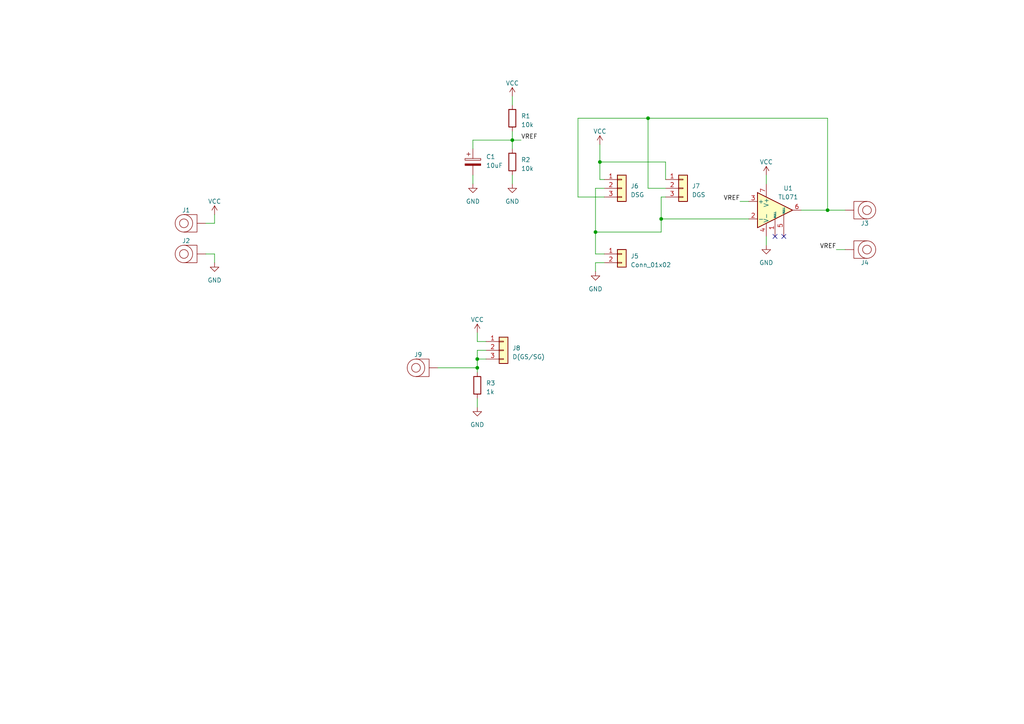
<source format=kicad_sch>
(kicad_sch (version 20230121) (generator eeschema)
  (paper "A4")
  (title_block (comment 2 "creativecommons.org/licenses/by/4.0/") (comment 3 "License: CC BY 4.0") (comment 4 "Author: Guy John"))
  (lib_symbols
    (symbol "Amplifier_Operational:TL071" (pin_names (offset 0.127))
      (property "Reference" "U" (at 0 6.35 0))
      (property "Value" "TL071" (at 0 3.81 0))
      (symbol "TL071_0_1"
        (polyline (pts (xy -5.08 5.08) (xy 5.08 0) (xy -5.08 -5.08) (xy -5.08 5.08)) (stroke (width 0.254)) (fill (type background)))
      )
      (symbol "TL071_1_1"
        (pin input line (at 0 -7.62 90) (length 5.08) (name "NULL") (number "1"))
        (pin input line (at -7.62 -2.54 0) (length 2.54) (name "-") (number "2"))
        (pin input line (at -7.62 2.54 0) (length 2.54) (name "+") (number "3"))
        (pin power_in line (at -2.54 -7.62 90) (length 3.81) (name "V-") (number "4"))
        (pin input line (at 2.54 -7.62 90) (length 6.35) (name "NULL") (number "5"))
        (pin output line (at 7.62 0 180) (length 2.54) (name "~") (number "6"))
        (pin power_in line (at -2.54 7.62 270) (length 3.81) (name "V+") (number "7"))
        (pin no_connect line (at 0 2.54 270) (length 2.54) hide (name "NC") (number "8"))
      )
    )
    (symbol "Banana_Jacks:Banana_Socket_PCBMount" (pin_numbers hide) (pin_names (offset 1.016) hide)
      (property "Reference" "J" (at 0 3.81 0))
      (symbol "Banana_Socket_PCBMount_0_1"
        (polyline (pts (xy 0 2.54) (xy 3.81 2.54) (xy 3.81 -2.54) (xy 0 -2.54)))
        (circle (center 0 0) (radius 1.27))
        (circle (center 0 0) (radius 2.54))
      )
      (symbol "Banana_Socket_PCBMount_1_1"
        (pin bidirectional line (at 6.35 0 180) (length 2.54) (name "~") (number "1"))
      )
    )
    (symbol "Connector_Generic:Conn_01x02" (pin_names (offset 1.016) hide)
      (property "Reference" "J" (at 0 2.54 0))
      (property "Value" "Conn_01x02" (at 0 -5.08 0))
      (symbol "Conn_01x02_1_1"
        (rectangle (start -1.27 -2.413) (end 0 -2.667) (stroke (width 0.1524)))
        (rectangle (start -1.27 0.127) (end 0 -0.127) (stroke (width 0.1524)))
        (rectangle (start -1.27 1.27) (end 1.27 -3.81) (stroke (width 0.254)) (fill (type background)))
        (pin passive line (at -5.08 0 0) (length 3.81) (name "Pin_1") (number "1"))
        (pin passive line (at -5.08 -2.54 0) (length 3.81) (name "Pin_2") (number "2"))
      )
    )
    (symbol "Connector_Generic:Conn_01x03" (pin_names (offset 1.016) hide)
      (property "Reference" "J" (at 0 5.08 0))
      (property "Value" "Conn_01x03" (at 0 -5.08 0))
      (symbol "Conn_01x03_1_1"
        (rectangle (start -1.27 -2.413) (end 0 -2.667) (stroke (width 0.1524)))
        (rectangle (start -1.27 0.127) (end 0 -0.127) (stroke (width 0.1524)))
        (rectangle (start -1.27 2.667) (end 0 2.413) (stroke (width 0.1524)))
        (rectangle (start -1.27 3.81) (end 1.27 -3.81) (stroke (width 0.254)) (fill (type background)))
        (pin passive line (at -5.08 2.54 0) (length 3.81) (name "Pin_1") (number "1"))
        (pin passive line (at -5.08 0 0) (length 3.81) (name "Pin_2") (number "2"))
        (pin passive line (at -5.08 -2.54 0) (length 3.81) (name "Pin_3") (number "3"))
      )
    )
    (symbol "Rumblesan Standard Parts:C_Polarized" (pin_numbers hide) (pin_names (offset 0.254) hide)
      (property "Reference" "C?" (at -6.35 0 90))
      (property "Value" "C_Polarized" (at -3.81 0 90))
      (symbol "C_Polarized_0_1"
        (rectangle (start -2.286 0.508) (end 2.286 1.016))
        (polyline (pts (xy -1.778 2.286) (xy -0.762 2.286)))
        (polyline (pts (xy -1.27 2.794) (xy -1.27 1.778)))
        (rectangle (start 2.286 -0.508) (end -2.286 -1.016) (fill (type outline)))
      )
      (symbol "C_Polarized_1_1"
        (pin passive line (at 0 3.81 270) (length 2.794) (name "~") (number "1"))
        (pin passive line (at 0 -3.81 90) (length 2.794) (name "~") (number "2"))
      )
    )
    (symbol "Rumblesan Standard Parts:R" (pin_numbers hide) (pin_names (offset 0))
      (property "Reference" "R?" (at -5.08 0 90))
      (property "Value" "R" (at -2.54 0 90))
      (symbol "R_0_1"
        (rectangle (start 1.016 2.54) (end -1.016 -2.54) (stroke (width 0.254)))
      )
      (symbol "R_1_1"
        (pin passive line (at 0 -3.81 90) (length 1.27) (name "~") (number "1"))
        (pin passive line (at 0 3.81 270) (length 1.27) (name "~") (number "2"))
      )
    )
    (symbol "power:GND" (power) (pin_names (offset 0))
      (property "Value" "GND" (at 0 -3.81 0))
      (symbol "GND_0_1"
        (polyline (pts (xy 0 0) (xy 0 -1.27) (xy 1.27 -1.27) (xy 0 -2.54) (xy -1.27 -1.27) (xy 0 -1.27)))
      )
      (symbol "GND_1_1"
        (pin power_in line (at 0 0 270) (length 0) hide (name "GND") (number "1"))
      )
    )
    (symbol "power:VCC" (power) (pin_names (offset 0))
      (property "Value" "VCC" (at 0 3.81 0))
      (symbol "VCC_0_1"
        (polyline (pts (xy -0.762 1.27) (xy 0 2.54)))
        (polyline (pts (xy 0 0) (xy 0 2.54)))
        (polyline (pts (xy 0 2.54) (xy 0.762 1.27)))
      )
      (symbol "VCC_1_1"
        (pin power_in line (at 0 0 90) (length 0) hide (name "VCC") (number "1"))
      )
    )
  )
  (junction (at 173.99 46.99))
  (junction (at 138.43 104.14))
  (junction (at 187.96 34.29))
  (junction (at 240.03 60.96))
  (junction (at 172.72 67.31))
  (junction (at 191.77 63.5))
  (junction (at 148.59 40.64))
  (junction (at 138.43 106.68))
  (no_connect (at 227.33 68.58))
  (no_connect (at 224.79 68.58))
  (wire (pts (xy 173.99 46.99) (xy 173.99 52.07)))
  (wire (pts (xy 191.77 67.31) (xy 172.72 67.31)))
  (wire (pts (xy 138.43 104.14) (xy 138.43 106.68)))
  (wire (pts (xy 137.16 40.64) (xy 148.59 40.64)))
  (wire (pts (xy 193.04 54.61) (xy 187.96 54.61)))
  (wire (pts (xy 167.64 57.15) (xy 167.64 34.29)))
  (wire (pts (xy 59.69 73.66) (xy 62.23 73.66)))
  (wire (pts (xy 138.43 106.68) (xy 138.43 107.95)))
  (wire (pts (xy 175.26 54.61) (xy 172.72 54.61)))
  (wire (pts (xy 148.59 40.64) (xy 151.13 40.64)))
  (wire (pts (xy 172.72 76.2) (xy 172.72 78.74)))
  (wire (pts (xy 175.26 57.15) (xy 167.64 57.15)))
  (wire (pts (xy 173.99 41.91) (xy 173.99 46.99)))
  (wire (pts (xy 172.72 67.31) (xy 172.72 73.66)))
  (wire (pts (xy 138.43 101.6) (xy 138.43 104.14)))
  (wire (pts (xy 173.99 52.07) (xy 175.26 52.07)))
  (wire (pts (xy 148.59 38.1) (xy 148.59 40.64)))
  (wire (pts (xy 167.64 34.29) (xy 187.96 34.29)))
  (wire (pts (xy 137.16 50.8) (xy 137.16 53.34)))
  (wire (pts (xy 137.16 43.18) (xy 137.16 40.64)))
  (wire (pts (xy 148.59 40.64) (xy 148.59 43.18)))
  (wire (pts (xy 191.77 57.15) (xy 191.77 63.5)))
  (wire (pts (xy 222.25 50.8) (xy 222.25 53.34)))
  (wire (pts (xy 240.03 60.96) (xy 232.41 60.96)))
  (wire (pts (xy 242.57 72.39) (xy 245.11 72.39)))
  (wire (pts (xy 138.43 96.52) (xy 138.43 99.06)))
  (wire (pts (xy 187.96 34.29) (xy 240.03 34.29)))
  (wire (pts (xy 172.72 54.61) (xy 172.72 67.31)))
  (wire (pts (xy 172.72 73.66) (xy 175.26 73.66)))
  (wire (pts (xy 217.17 63.5) (xy 191.77 63.5)))
  (wire (pts (xy 175.26 76.2) (xy 172.72 76.2)))
  (wire (pts (xy 240.03 34.29) (xy 240.03 60.96)))
  (wire (pts (xy 222.25 68.58) (xy 222.25 71.12)))
  (wire (pts (xy 193.04 52.07) (xy 193.04 46.99)))
  (wire (pts (xy 140.97 101.6) (xy 138.43 101.6)))
  (wire (pts (xy 191.77 63.5) (xy 191.77 67.31)))
  (wire (pts (xy 62.23 64.77) (xy 62.23 62.23)))
  (wire (pts (xy 214.63 58.42) (xy 217.17 58.42)))
  (wire (pts (xy 187.96 54.61) (xy 187.96 34.29)))
  (wire (pts (xy 148.59 27.94) (xy 148.59 30.48)))
  (wire (pts (xy 138.43 115.57) (xy 138.43 118.11)))
  (wire (pts (xy 127 106.68) (xy 138.43 106.68)))
  (wire (pts (xy 193.04 57.15) (xy 191.77 57.15)))
  (wire (pts (xy 62.23 73.66) (xy 62.23 76.2)))
  (wire (pts (xy 193.04 46.99) (xy 173.99 46.99)))
  (wire (pts (xy 148.59 50.8) (xy 148.59 53.34)))
  (wire (pts (xy 240.03 60.96) (xy 245.11 60.96)))
  (wire (pts (xy 138.43 104.14) (xy 140.97 104.14)))
  (wire (pts (xy 138.43 99.06) (xy 140.97 99.06)))
  (wire (pts (xy 59.69 64.77) (xy 62.23 64.77)))
  (label "VREF" (at 151.13 40.64 0))
  (label "VREF" (at 214.63 58.42 180))
  (label "VREF" (at 242.57 72.39 180))
  (symbol (lib_id "power:GND") (at 222.25 71.12 0) (unit 1)
    (property "Reference" "#PWR09" (effects hide))
    (property "Value" "GND" (at 222.25 76.2 0))
  )
  (symbol (lib_id "Rumblesan Standard Parts:R") (at 148.59 46.99 0) (unit 1)
    (property "Reference" "R2" (at 151.13 46.355 0) (effects (justify left)))
    (property "Value" "10k" (at 151.13 48.895 0) (effects (justify left)))
    (property "Footprint" "Rumblesan_Standard_Parts:R_Axial_DIN0207_L6.3mm_D2.5mm_P10.16mm_Horizontal" (effects hide))
    (property "Tolerance" "1%" (effects hide))
    (property "Power" "0.5W" (effects hide))
    (property "Spec" "metal film" (effects hide))
  )
  (symbol (lib_id "power:GND") (at 138.43 118.11 0) (unit 1)
    (property "Reference" "#PWR011" (effects hide))
    (property "Value" "GND" (at 138.43 123.19 0))
  )
  (symbol (lib_id "power:VCC") (at 138.43 96.52 0) (unit 1)
    (property "Reference" "#PWR010" (effects hide))
    (property "Value" "VCC" (at 138.43 92.71 0))
  )
  (symbol (lib_id "Rumblesan Standard Parts:R") (at 138.43 111.76 0) (unit 1)
    (property "Reference" "R3" (at 140.97 111.125 0) (effects (justify left)))
    (property "Value" "1k" (at 140.97 113.665 0) (effects (justify left)))
    (property "Footprint" "Rumblesan_Standard_Parts:R_Axial_DIN0207_L6.3mm_D2.5mm_P10.16mm_Horizontal" (effects hide))
    (property "Tolerance" "1%" (effects hide))
    (property "Power" "0.5W" (effects hide))
    (property "Spec" "metal film" (effects hide))
  )
  (symbol (lib_id "Banana_Jacks:Banana_Socket_PCBMount") (at 120.65 106.68 0) (unit 1)
    (property "Reference" "J9" (at 121.285 102.87 0))
    (property "Value" "Banana Socket PCBMount" (effects hide))
    (property "Footprint" "Rumblesan_Standard_Parts:Deltron_571_PCB_BananaJack" (effects hide))
    (property "Name" "asdf" (effects hide))
  )
  (symbol (lib_id "power:VCC") (at 148.59 27.94 0) (unit 1)
    (property "Reference" "#PWR03" (effects hide))
    (property "Value" "VCC" (at 148.59 24.13 0))
  )
  (symbol (lib_id "Banana_Jacks:Banana_Socket_PCBMount") (at 251.46 60.96 180) (unit 1)
    (property "Reference" "J3" (at 250.825 64.77 0))
    (property "Value" "Banana Socket PCBMount" (effects hide))
    (property "Footprint" "Rumblesan_Standard_Parts:Deltron_571_PCB_BananaJack" (effects hide))
    (property "Name" "asdf" (effects hide))
  )
  (symbol (lib_id "Connector_Generic:Conn_01x03") (at 198.12 54.61 0) (unit 1)
    (property "Reference" "J7" (at 200.66 53.975 0) (effects (justify left)))
    (property "Value" "DGS" (at 200.66 56.515 0) (effects (justify left)))
    (property "Footprint" "Connector_PinSocket_2.54mm:PinSocket_1x03_P2.54mm_Vertical" (effects hide))
  )
  (symbol (lib_id "Banana_Jacks:Banana_Socket_PCBMount") (at 53.34 64.77 0) (unit 1)
    (property "Reference" "J1" (at 53.975 60.96 0))
    (property "Value" "Banana Socket PCBMount" (effects hide))
    (property "Footprint" "Rumblesan_Standard_Parts:Deltron_571_PCB_BananaJack" (effects hide))
    (property "Name" "asdf" (effects hide))
  )
  (symbol (lib_id "power:GND") (at 137.16 53.34 0) (unit 1)
    (property "Reference" "#PWR05" (effects hide))
    (property "Value" "GND" (at 137.16 58.42 0))
  )
  (symbol (lib_id "Rumblesan Standard Parts:C_Polarized") (at 137.16 46.99 0) (unit 1)
    (property "Reference" "C1" (at 140.97 45.466 0) (effects (justify left)))
    (property "Value" "10uF" (at 140.97 48.006 0) (effects (justify left)))
    (property "Footprint" "Rumblesan_Standard_Parts:CP_Radial_D5.0mm_P2.00mm" (effects hide))
    (property "Spec" "electrolytic" (effects hide))
    (property "Tolerance" "20%" (effects hide))
    (property "Voltage" "50v" (effects hide))
  )
  (symbol (lib_id "power:GND") (at 172.72 78.74 0) (unit 1)
    (property "Reference" "#PWR07" (effects hide))
    (property "Value" "GND" (at 172.72 83.82 0))
  )
  (symbol (lib_id "Banana_Jacks:Banana_Socket_PCBMount") (at 53.34 73.66 0) (unit 1)
    (property "Reference" "J2" (at 53.975 69.85 0))
    (property "Value" "Banana Socket PCBMount" (effects hide))
    (property "Footprint" "Rumblesan_Standard_Parts:Deltron_571_PCB_BananaJack" (effects hide))
    (property "Name" "asdf" (effects hide))
  )
  (symbol (lib_id "power:VCC") (at 173.99 41.91 0) (unit 1)
    (property "Reference" "#PWR06" (effects hide))
    (property "Value" "VCC" (at 173.99 38.1 0))
  )
  (symbol (lib_id "Banana_Jacks:Banana_Socket_PCBMount") (at 251.46 72.39 180) (unit 1)
    (property "Reference" "J4" (at 250.825 76.2 0))
    (property "Value" "Banana Socket PCBMount" (effects hide))
    (property "Footprint" "Rumblesan_Standard_Parts:Deltron_571_PCB_BananaJack" (effects hide))
    (property "Name" "asdf" (effects hide))
  )
  (symbol (lib_id "power:GND") (at 62.23 76.2 0) (unit 1)
    (property "Reference" "#PWR02" (effects hide))
    (property "Value" "GND" (at 62.23 81.28 0))
  )
  (symbol (lib_id "power:VCC") (at 62.23 62.23 0) (unit 1)
    (property "Reference" "#PWR01" (effects hide))
    (property "Value" "VCC" (at 62.23 58.42 0))
  )
  (symbol (lib_id "Connector_Generic:Conn_01x03") (at 146.05 101.6 0) (unit 1)
    (property "Reference" "J8" (at 148.59 100.965 0) (effects (justify left)))
    (property "Value" "D(GS/SG)" (at 148.59 103.505 0) (effects (justify left)))
    (property "Footprint" "Connector_PinSocket_2.54mm:PinSocket_1x03_P2.54mm_Vertical" (effects hide))
  )
  (symbol (lib_id "Connector_Generic:Conn_01x03") (at 180.34 54.61 0) (unit 1)
    (property "Reference" "J6" (at 182.88 53.975 0) (effects (justify left)))
    (property "Value" "DSG" (at 182.88 56.515 0) (effects (justify left)))
    (property "Footprint" "Connector_PinSocket_2.54mm:PinSocket_1x03_P2.54mm_Vertical" (effects hide))
  )
  (symbol (lib_id "Rumblesan Standard Parts:R") (at 148.59 34.29 0) (unit 1)
    (property "Reference" "R1" (at 151.13 33.655 0) (effects (justify left)))
    (property "Value" "10k" (at 151.13 36.195 0) (effects (justify left)))
    (property "Footprint" "Rumblesan_Standard_Parts:R_Axial_DIN0207_L6.3mm_D2.5mm_P10.16mm_Horizontal" (effects hide))
    (property "Tolerance" "1%" (effects hide))
    (property "Power" "0.5W" (effects hide))
    (property "Spec" "metal film" (effects hide))
  )
  (symbol (lib_id "Connector_Generic:Conn_01x02") (at 180.34 73.66 0) (unit 1)
    (property "Reference" "J5" (at 182.88 74.295 0) (effects (justify left)))
    (property "Value" "Conn_01x02" (at 182.88 76.835 0) (effects (justify left)))
    (property "Footprint" "Connector_PinSocket_2.54mm:PinSocket_1x02_P2.54mm_Vertical" (effects hide))
  )
  (symbol (lib_id "Amplifier_Operational:TL071") (at 224.79 60.96 0) (unit 1)
    (property "Reference" "U1" (at 228.6 54.61 0))
    (property "Value" "TL071" (at 228.6 57.15 0))
    (property "Footprint" "Rumblesan_Standard_Parts:DIP-8_W7.62mm_Socket" (effects hide))
    (property "Datasheet" "http://www.ti.com/lit/ds/symlink/tl071.pdf" (effects hide))
  )
  (symbol (lib_id "power:VCC") (at 222.25 50.8 0) (unit 1)
    (property "Reference" "#PWR08" (effects hide))
    (property "Value" "VCC" (at 222.25 46.99 0))
  )
  (symbol (lib_id "power:GND") (at 148.59 53.34 0) (unit 1)
    (property "Reference" "#PWR04" (effects hide))
    (property "Value" "GND" (at 148.59 58.42 0))
  )
)
</source>
